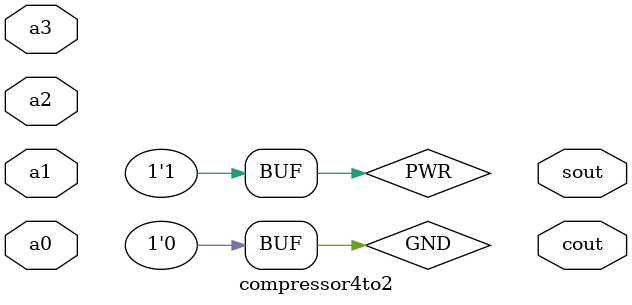
<source format=v>


module compressor4to2(
	input a0,
	input a1,
	input a2,
	input a3,
	output sout,
	output cout
);
	supply0 GND;
	supply1 PWR;

	//SUM Logic
	
	//CARRY Logic
	
endmodule

</source>
